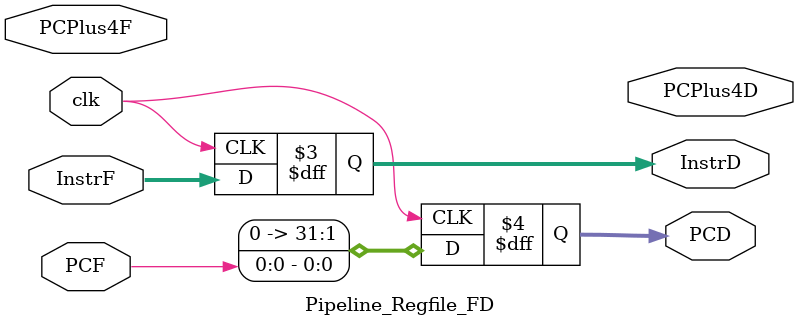
<source format=sv>
module Pipeline_Regfile_FD(
    //INPUTS
    input logic             clk,
    input logic  [31:0]     InstrF,
    input logic             PCF,
    input logic             PCPlus4F,

    //OUTPUTS
    output logic [31:0]      InstrD,
    output logic [31:0]      PCD,
    output logic [31:0]      PCPlus4D,
);

always_ff @(posedge clk) begin 
    InstrD <= InstrF;
    PCD <= PCF;
    PCPlus4F <= PCPlus4D;
end

endmodule

</source>
